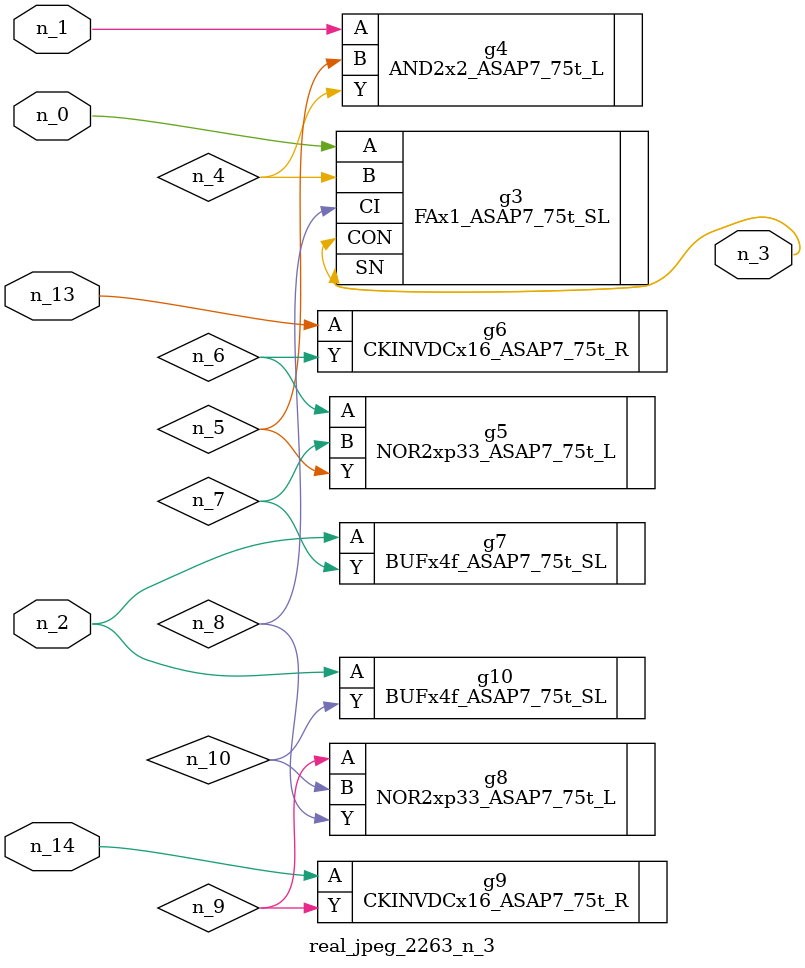
<source format=v>
module real_jpeg_2263_n_3 (n_0, n_1, n_14, n_2, n_13, n_3);

input n_0;
input n_1;
input n_14;
input n_2;
input n_13;

output n_3;

wire n_5;
wire n_8;
wire n_4;
wire n_6;
wire n_7;
wire n_10;
wire n_9;

FAx1_ASAP7_75t_SL g3 ( 
.A(n_0),
.B(n_4),
.CI(n_8),
.CON(n_3),
.SN(n_3)
);

AND2x2_ASAP7_75t_L g4 ( 
.A(n_1),
.B(n_5),
.Y(n_4)
);

BUFx4f_ASAP7_75t_SL g7 ( 
.A(n_2),
.Y(n_7)
);

BUFx4f_ASAP7_75t_SL g10 ( 
.A(n_2),
.Y(n_10)
);

NOR2xp33_ASAP7_75t_L g5 ( 
.A(n_6),
.B(n_7),
.Y(n_5)
);

NOR2xp33_ASAP7_75t_L g8 ( 
.A(n_9),
.B(n_10),
.Y(n_8)
);

CKINVDCx16_ASAP7_75t_R g6 ( 
.A(n_13),
.Y(n_6)
);

CKINVDCx16_ASAP7_75t_R g9 ( 
.A(n_14),
.Y(n_9)
);


endmodule
</source>
